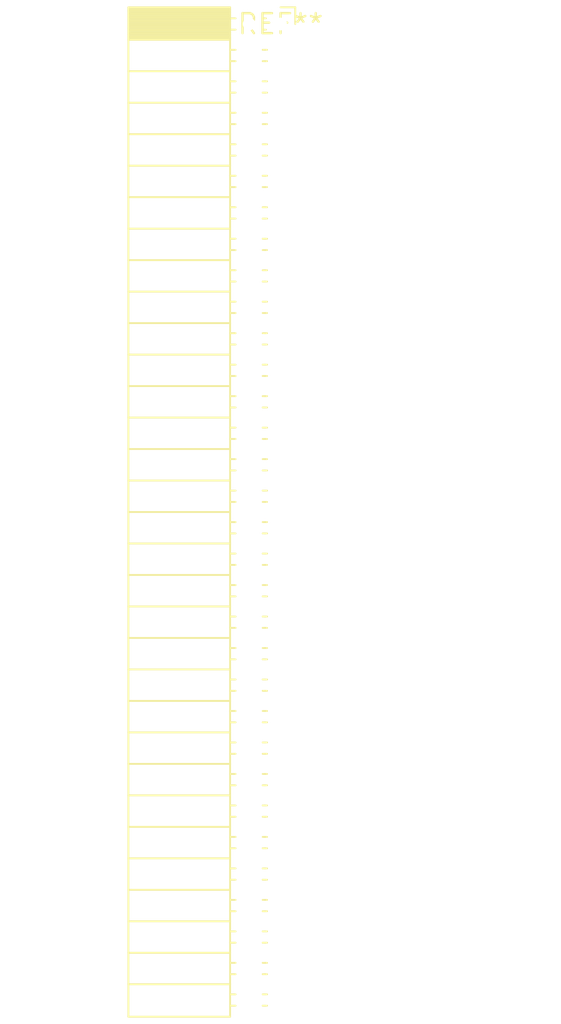
<source format=kicad_pcb>
(kicad_pcb (version 20240108) (generator pcbnew)
  (layers (0 "F.Cu" signal) (31 "B.Cu" signal) (34 "B.Paste" user) (35 "F.Paste" user) (36 "B.SilkS" user "B.Silkscreen") (37 "F.SilkS" user "F.Silkscreen") (38 "B.Mask" user) (39 "F.Mask" user) (44 "Edge.Cuts" user))
  (net 0 "")
  (footprint "PinSocket_2x32_P2.00mm_Horizontal" (layer "F.Cu") (at 0 0)
    (property "Reference" "REF**")
    (property "Value" "PinSocket_2x32_P2.00mm_Horizontal")
    (fp_line (start -9.68 -1.06) (end -9.68 63.06) (layer "F.SilkS") (stroke (width 0.12)))
    (fp_line (start -9.68 -1.06) (end -3.21 -1.06) (layer "F.SilkS") (stroke (width 0.12)))
    (fp_line (start -9.68 -0.94) (end -3.21 -0.94) (layer "F.SilkS") (stroke (width 0.12)))
    (fp_line (start -9.68 -0.825882) (end -3.21 -0.825882) (layer "F.SilkS") (stroke (width 0.12)))
    (fp_line (start -9.68 -0.711764) (end -3.21 -0.711764) (layer "F.SilkS") (stroke (width 0.12)))
    (fp_line (start -9.68 -0.597646) (end -3.21 -0.597646) (layer "F.SilkS") (stroke (width 0.12)))
    (fp_line (start -9.68 -0.483528) (end -3.21 -0.483528) (layer "F.SilkS") (stroke (width 0.12)))
    (fp_line (start -9.68 -0.36941) (end -3.21 -0.36941) (layer "F.SilkS") (stroke (width 0.12)))
    (fp_line (start -9.68 -0.255292) (end -3.21 -0.255292) (layer "F.SilkS") (stroke (width 0.12)))
    (fp_line (start -9.68 -0.141174) (end -3.21 -0.141174) (layer "F.SilkS") (stroke (width 0.12)))
    (fp_line (start -9.68 -0.027056) (end -3.21 -0.027056) (layer "F.SilkS") (stroke (width 0.12)))
    (fp_line (start -9.68 0.087062) (end -3.21 0.087062) (layer "F.SilkS") (stroke (width 0.12)))
    (fp_line (start -9.68 0.20118) (end -3.21 0.20118) (layer "F.SilkS") (stroke (width 0.12)))
    (fp_line (start -9.68 0.315298) (end -3.21 0.315298) (layer "F.SilkS") (stroke (width 0.12)))
    (fp_line (start -9.68 0.429416) (end -3.21 0.429416) (layer "F.SilkS") (stroke (width 0.12)))
    (fp_line (start -9.68 0.543534) (end -3.21 0.543534) (layer "F.SilkS") (stroke (width 0.12)))
    (fp_line (start -9.68 0.657652) (end -3.21 0.657652) (layer "F.SilkS") (stroke (width 0.12)))
    (fp_line (start -9.68 0.77177) (end -3.21 0.77177) (layer "F.SilkS") (stroke (width 0.12)))
    (fp_line (start -9.68 0.885888) (end -3.21 0.885888) (layer "F.SilkS") (stroke (width 0.12)))
    (fp_line (start -9.68 1) (end -3.21 1) (layer "F.SilkS") (stroke (width 0.12)))
    (fp_line (start -9.68 3) (end -3.21 3) (layer "F.SilkS") (stroke (width 0.12)))
    (fp_line (start -9.68 5) (end -3.21 5) (layer "F.SilkS") (stroke (width 0.12)))
    (fp_line (start -9.68 7) (end -3.21 7) (layer "F.SilkS") (stroke (width 0.12)))
    (fp_line (start -9.68 9) (end -3.21 9) (layer "F.SilkS") (stroke (width 0.12)))
    (fp_line (start -9.68 11) (end -3.21 11) (layer "F.SilkS") (stroke (width 0.12)))
    (fp_line (start -9.68 13) (end -3.21 13) (layer "F.SilkS") (stroke (width 0.12)))
    (fp_line (start -9.68 15) (end -3.21 15) (layer "F.SilkS") (stroke (width 0.12)))
    (fp_line (start -9.68 17) (end -3.21 17) (layer "F.SilkS") (stroke (width 0.12)))
    (fp_line (start -9.68 19) (end -3.21 19) (layer "F.SilkS") (stroke (width 0.12)))
    (fp_line (start -9.68 21) (end -3.21 21) (layer "F.SilkS") (stroke (width 0.12)))
    (fp_line (start -9.68 23) (end -3.21 23) (layer "F.SilkS") (stroke (width 0.12)))
    (fp_line (start -9.68 25) (end -3.21 25) (layer "F.SilkS") (stroke (width 0.12)))
    (fp_line (start -9.68 27) (end -3.21 27) (layer "F.SilkS") (stroke (width 0.12)))
    (fp_line (start -9.68 29) (end -3.21 29) (layer "F.SilkS") (stroke (width 0.12)))
    (fp_line (start -9.68 31) (end -3.21 31) (layer "F.SilkS") (stroke (width 0.12)))
    (fp_line (start -9.68 33) (end -3.21 33) (layer "F.SilkS") (stroke (width 0.12)))
    (fp_line (start -9.68 35) (end -3.21 35) (layer "F.SilkS") (stroke (width 0.12)))
    (fp_line (start -9.68 37) (end -3.21 37) (layer "F.SilkS") (stroke (width 0.12)))
    (fp_line (start -9.68 39) (end -3.21 39) (layer "F.SilkS") (stroke (width 0.12)))
    (fp_line (start -9.68 41) (end -3.21 41) (layer "F.SilkS") (stroke (width 0.12)))
    (fp_line (start -9.68 43) (end -3.21 43) (layer "F.SilkS") (stroke (width 0.12)))
    (fp_line (start -9.68 45) (end -3.21 45) (layer "F.SilkS") (stroke (width 0.12)))
    (fp_line (start -9.68 47) (end -3.21 47) (layer "F.SilkS") (stroke (width 0.12)))
    (fp_line (start -9.68 49) (end -3.21 49) (layer "F.SilkS") (stroke (width 0.12)))
    (fp_line (start -9.68 51) (end -3.21 51) (layer "F.SilkS") (stroke (width 0.12)))
    (fp_line (start -9.68 53) (end -3.21 53) (layer "F.SilkS") (stroke (width 0.12)))
    (fp_line (start -9.68 55) (end -3.21 55) (layer "F.SilkS") (stroke (width 0.12)))
    (fp_line (start -9.68 57) (end -3.21 57) (layer "F.SilkS") (stroke (width 0.12)))
    (fp_line (start -9.68 59) (end -3.21 59) (layer "F.SilkS") (stroke (width 0.12)))
    (fp_line (start -9.68 61) (end -3.21 61) (layer "F.SilkS") (stroke (width 0.12)))
    (fp_line (start -9.68 63.06) (end -3.21 63.06) (layer "F.SilkS") (stroke (width 0.12)))
    (fp_line (start -3.21 -1.06) (end -3.21 63.06) (layer "F.SilkS") (stroke (width 0.12)))
    (fp_line (start -3.21 -0.36) (end -2.862917 -0.36) (layer "F.SilkS") (stroke (width 0.12)))
    (fp_line (start -3.21 0.36) (end -2.862917 0.36) (layer "F.SilkS") (stroke (width 0.12)))
    (fp_line (start -3.21 1.64) (end -2.862917 1.64) (layer "F.SilkS") (stroke (width 0.12)))
    (fp_line (start -3.21 2.36) (end -2.862917 2.36) (layer "F.SilkS") (stroke (width 0.12)))
    (fp_line (start -3.21 3.64) (end -2.862917 3.64) (layer "F.SilkS") (stroke (width 0.12)))
    (fp_line (start -3.21 4.36) (end -2.862917 4.36) (layer "F.SilkS") (stroke (width 0.12)))
    (fp_line (start -3.21 5.64) (end -2.862917 5.64) (layer "F.SilkS") (stroke (width 0.12)))
    (fp_line (start -3.21 6.36) (end -2.862917 6.36) (layer "F.SilkS") (stroke (width 0.12)))
    (fp_line (start -3.21 7.64) (end -2.862917 7.64) (layer "F.SilkS") (stroke (width 0.12)))
    (fp_line (start -3.21 8.36) (end -2.862917 8.36) (layer "F.SilkS") (stroke (width 0.12)))
    (fp_line (start -3.21 9.64) (end -2.862917 9.64) (layer "F.SilkS") (stroke (width 0.12)))
    (fp_line (start -3.21 10.36) (end -2.862917 10.36) (layer "F.SilkS") (stroke (width 0.12)))
    (fp_line (start -3.21 11.64) (end -2.862917 11.64) (layer "F.SilkS") (stroke (width 0.12)))
    (fp_line (start -3.21 12.36) (end -2.862917 12.36) (layer "F.SilkS") (stroke (width 0.12)))
    (fp_line (start -3.21 13.64) (end -2.862917 13.64) (layer "F.SilkS") (stroke (width 0.12)))
    (fp_line (start -3.21 14.36) (end -2.862917 14.36) (layer "F.SilkS") (stroke (width 0.12)))
    (fp_line (start -3.21 15.64) (end -2.862917 15.64) (layer "F.SilkS") (stroke (width 0.12)))
    (fp_line (start -3.21 16.36) (end -2.862917 16.36) (layer "F.SilkS") (stroke (width 0.12)))
    (fp_line (start -3.21 17.64) (end -2.862917 17.64) (layer "F.SilkS") (stroke (width 0.12)))
    (fp_line (start -3.21 18.36) (end -2.862917 18.36) (layer "F.SilkS") (stroke (width 0.12)))
    (fp_line (start -3.21 19.64) (end -2.862917 19.64) (layer "F.SilkS") (stroke (width 0.12)))
    (fp_line (start -3.21 20.36) (end -2.862917 20.36) (layer "F.SilkS") (stroke (width 0.12)))
    (fp_line (start -3.21 21.64) (end -2.862917 21.64) (layer "F.SilkS") (stroke (width 0.12)))
    (fp_line (start -3.21 22.36) (end -2.862917 22.36) (layer "F.SilkS") (stroke (width 0.12)))
    (fp_line (start -3.21 23.64) (end -2.862917 23.64) (layer "F.SilkS") (stroke (width 0.12)))
    (fp_line (start -3.21 24.36) (end -2.862917 24.36) (layer "F.SilkS") (stroke (width 0.12)))
    (fp_line (start -3.21 25.64) (end -2.862917 25.64) (layer "F.SilkS") (stroke (width 0.12)))
    (fp_line (start -3.21 26.36) (end -2.862917 26.36) (layer "F.SilkS") (stroke (width 0.12)))
    (fp_line (start -3.21 27.64) (end -2.862917 27.64) (layer "F.SilkS") (stroke (width 0.12)))
    (fp_line (start -3.21 28.36) (end -2.862917 28.36) (layer "F.SilkS") (stroke (width 0.12)))
    (fp_line (start -3.21 29.64) (end -2.862917 29.64) (layer "F.SilkS") (stroke (width 0.12)))
    (fp_line (start -3.21 30.36) (end -2.862917 30.36) (layer "F.SilkS") (stroke (width 0.12)))
    (fp_line (start -3.21 31.64) (end -2.862917 31.64) (layer "F.SilkS") (stroke (width 0.12)))
    (fp_line (start -3.21 32.36) (end -2.862917 32.36) (layer "F.SilkS") (stroke (width 0.12)))
    (fp_line (start -3.21 33.64) (end -2.862917 33.64) (layer "F.SilkS") (stroke (width 0.12)))
    (fp_line (start -3.21 34.36) (end -2.862917 34.36) (layer "F.SilkS") (stroke (width 0.12)))
    (fp_line (start -3.21 35.64) (end -2.862917 35.64) (layer "F.SilkS") (stroke (width 0.12)))
    (fp_line (start -3.21 36.36) (end -2.862917 36.36) (layer "F.SilkS") (stroke (width 0.12)))
    (fp_line (start -3.21 37.64) (end -2.862917 37.64) (layer "F.SilkS") (stroke (width 0.12)))
    (fp_line (start -3.21 38.36) (end -2.862917 38.36) (layer "F.SilkS") (stroke (width 0.12)))
    (fp_line (start -3.21 39.64) (end -2.862917 39.64) (layer "F.SilkS") (stroke (width 0.12)))
    (fp_line (start -3.21 40.36) (end -2.862917 40.36) (layer "F.SilkS") (stroke (width 0.12)))
    (fp_line (start -3.21 41.64) (end -2.862917 41.64) (layer "F.SilkS") (stroke (width 0.12)))
    (fp_line (start -3.21 42.36) (end -2.862917 42.36) (layer "F.SilkS") (stroke (width 0.12)))
    (fp_line (start -3.21 43.64) (end -2.862917 43.64) (layer "F.SilkS") (stroke (width 0.12)))
    (fp_line (start -3.21 44.36) (end -2.862917 44.36) (layer "F.SilkS") (stroke (width 0.12)))
    (fp_line (start -3.21 45.64) (end -2.862917 45.64) (layer "F.SilkS") (stroke (width 0.12)))
    (fp_line (start -3.21 46.36) (end -2.862917 46.36) (layer "F.SilkS") (stroke (width 0.12)))
    (fp_line (start -3.21 47.64) (end -2.862917 47.64) (layer "F.SilkS") (stroke (width 0.12)))
    (fp_line (start -3.21 48.36) (end -2.862917 48.36) (layer "F.SilkS") (stroke (width 0.12)))
    (fp_line (start -3.21 49.64) (end -2.862917 49.64) (layer "F.SilkS") (stroke (width 0.12)))
    (fp_line (start -3.21 50.36) (end -2.862917 50.36) (layer "F.SilkS") (stroke (width 0.12)))
    (fp_line (start -3.21 51.64) (end -2.862917 51.64) (layer "F.SilkS") (stroke (width 0.12)))
    (fp_line (start -3.21 52.36) (end -2.862917 52.36) (layer "F.SilkS") (stroke (width 0.12)))
    (fp_line (start -3.21 53.64) (end -2.862917 53.64) (layer "F.SilkS") (stroke (width 0.12)))
    (fp_line (start -3.21 54.36) (end -2.862917 54.36) (layer "F.SilkS") (stroke (width 0.12)))
    (fp_line (start -3.21 55.64) (end -2.862917 55.64) (layer "F.SilkS") (stroke (width 0.12)))
    (fp_line (start -3.21 56.36) (end -2.862917 56.36) (layer "F.SilkS") (stroke (width 0.12)))
    (fp_line (start -3.21 57.64) (end -2.862917 57.64) (layer "F.SilkS") (stroke (width 0.12)))
    (fp_line (start -3.21 58.36) (end -2.862917 58.36) (layer "F.SilkS") (stroke (width 0.12)))
    (fp_line (start -3.21 59.64) (end -2.862917 59.64) (layer "F.SilkS") (stroke (width 0.12)))
    (fp_line (start -3.21 60.36) (end -2.862917 60.36) (layer "F.SilkS") (stroke (width 0.12)))
    (fp_line (start -3.21 61.64) (end -2.862917 61.64) (layer "F.SilkS") (stroke (width 0.12)))
    (fp_line (start -3.21 62.36) (end -2.862917 62.36) (layer "F.SilkS") (stroke (width 0.12)))
    (fp_line (start -1.137083 -0.36) (end -0.935 -0.36) (layer "F.SilkS") (stroke (width 0.12)))
    (fp_line (start -1.137083 0.36) (end -0.935 0.36) (layer "F.SilkS") (stroke (width 0.12)))
    (fp_line (start -1.137083 1.64) (end -0.862917 1.64) (layer "F.SilkS") (stroke (width 0.12)))
    (fp_line (start -1.137083 2.36) (end -0.862917 2.36) (layer "F.SilkS") (stroke (width 0.12)))
    (fp_line (start -1.137083 3.64) (end -0.862917 3.64) (layer "F.SilkS") (stroke (width 0.12)))
    (fp_line (start -1.137083 4.36) (end -0.862917 4.36) (layer "F.SilkS") (stroke (width 0.12)))
    (fp_line (start -1.137083 5.64) (end -0.862917 5.64) (layer "F.SilkS") (stroke (width 0.12)))
    (fp_line (start -1.137083 6.36) (end -0.862917 6.36) (layer "F.SilkS") (stroke (width 0.12)))
    (fp_line (start -1.137083 7.64) (end -0.862917 7.64) (layer "F.SilkS") (stroke (width 0.12)))
    (fp_line (start -1.137083 8.36) (end -0.862917 8.36) (layer "F.SilkS") (stroke (width 0.12)))
    (fp_line (start -1.137083 9.64) (end -0.862917 9.64) (layer "F.SilkS") (stroke (width 0.12)))
    (fp_line (start -1.137083 10.36) (end -0.862917 10.36) (layer "F.SilkS") (stroke (width 0.12)))
    (fp_line (start -1.137083 11.64) (end -0.862917 11.64) (layer "F.SilkS") (stroke (width 0.12)))
    (fp_line (start -1.137083 12.36) (end -0.862917 12.36) (layer "F.SilkS") (stroke (width 0.12)))
    (fp_line (start -1.137083 13.64) (end -0.862917 13.64) (layer "F.SilkS") (stroke (width 0.12)))
    (fp_line (start -1.137083 14.36) (end -0.862917 14.36) (layer "F.SilkS") (stroke (width 0.12)))
    (fp_line (start -1.137083 15.64) (end -0.862917 15.64) (layer "F.SilkS") (stroke (width 0.12)))
    (fp_line (start -1.137083 16.36) (end -0.862917 16.36) (layer "F.SilkS") (stroke (width 0.12)))
    (fp_line (start -1.137083 17.64) (end -0.862917 17.64) (layer "F.SilkS") (stroke (width 0.12)))
    (fp_line (start -1.137083 18.36) (end -0.862917 18.36) (layer "F.SilkS") (stroke (width 0.12)))
    (fp_line (start -1.137083 19.64) (end -0.862917 19.64) (layer "F.SilkS") (stroke (width 0.12)))
    (fp_line (start -1.137083 20.36) (end -0.862917 20.36) (layer "F.SilkS") (stroke (width 0.12)))
    (fp_line (start -1.137083 21.64) (end -0.862917 21.64) (layer "F.SilkS") (stroke (width 0.12)))
    (fp_line (start -1.137083 22.36) (end -0.862917 22.36) (layer "F.SilkS") (stroke (width 0.12)))
    (fp_line (start -1.137083 23.64) (end -0.862917 23.64) (layer "F.SilkS") (stroke (width 0.12)))
    (fp_line (start -1.137083 24.36) (end -0.862917 24.36) (layer "F.SilkS") (stroke (width 0.12)))
    (fp_line (start -1.137083 25.64) (end -0.862917 25.64) (layer "F.SilkS") (stroke (width 0.12)))
    (fp_line (start -1.137083 26.36) (end -0.862917 26.36) (layer "F.SilkS") (stroke (width 0.12)))
    (fp_line (start -1.137083 27.64) (end -0.862917 27.64) (layer "F.SilkS") (stroke (width 0.12)))
    (fp_line (start -1.137083 28.36) (end -0.862917 28.36) (layer "F.SilkS") (stroke (width 0.12)))
    (fp_line (start -1.137083 29.64) (end -0.862917 29.64) (layer "F.SilkS") (stroke (width 0.12)))
    (fp_line (start -1.137083 30.36) (end -0.862917 30.36) (layer "F.SilkS") (stroke (width 0.12)))
    (fp_line (start -1.137083 31.64) (end -0.862917 31.64) (layer "F.SilkS") (stroke (width 0.12)))
    (fp_line (start -1.137083 32.36) (end -0.862917 32.36) (layer "F.SilkS") (stroke (width 0.12)))
    (fp_line (start -1.137083 33.64) (end -0.862917 33.64) (layer "F.SilkS") (stroke (width 0.12)))
    (fp_line (start -1.137083 34.36) (end -0.862917 34.36) (layer "F.SilkS") (stroke (width 0.12)))
    (fp_line (start -1.137083 35.64) (end -0.862917 35.64) (layer "F.SilkS") (stroke (width 0.12)))
    (fp_line (start -1.137083 36.36) (end -0.862917 36.36) (layer "F.SilkS") (stroke (width 0.12)))
    (fp_line (start -1.137083 37.64) (end -0.862917 37.64) (layer "F.SilkS") (stroke (width 0.12)))
    (fp_line (start -1.137083 38.36) (end -0.862917 38.36) (layer "F.SilkS") (stroke (width 0.12)))
    (fp_line (start -1.137083 39.64) (end -0.862917 39.64) (layer "F.SilkS") (stroke (width 0.12)))
    (fp_line (start -1.137083 40.36) (end -0.862917 40.36) (layer "F.SilkS") (stroke (width 0.12)))
    (fp_line (start -1.137083 41.64) (end -0.862917 41.64) (layer "F.SilkS") (stroke (width 0.12)))
    (fp_line (start -1.137083 42.36) (end -0.862917 42.36) (layer "F.SilkS") (stroke (width 0.12)))
    (fp_line (start -1.137083 43.64) (end -0.862917 43.64) (layer "F.SilkS") (stroke (width 0.12)))
    (fp_line (start -1.137083 44.36) (end -0.862917 44.36) (layer "F.SilkS") (stroke (width 0.12)))
    (fp_line (start -1.137083 45.64) (end -0.862917 45.64) (layer "F.SilkS") (stroke (width 0.12)))
    (fp_line (start -1.137083 46.36) (end -0.862917 46.36) (layer "F.SilkS") (stroke (width 0.12)))
    (fp_line (start -1.137083 47.64) (end -0.862917 47.64) (layer "F.SilkS") (stroke (width 0.12)))
    (fp_line (start -1.137083 48.36) (end -0.862917 48.36) (layer "F.SilkS") (stroke (width 0.12)))
    (fp_line (start -1.137083 49.64) (end -0.862917 49.64) (layer "F.SilkS") (stroke (width 0.12)))
    (fp_line (start -1.137083 50.36) (end -0.862917 50.36) (layer "F.SilkS") (stroke (width 0.12)))
    (fp_line (start -1.137083 51.64) (end -0.862917 51.64) (layer "F.SilkS") (stroke (width 0.12)))
    (fp_line (start -1.137083 52.36) (end -0.862917 52.36) (layer "F.SilkS") (stroke (width 0.12)))
    (fp_line (start -1.137083 53.64) (end -0.862917 53.64) (layer "F.SilkS") (stroke (width 0.12)))
    (fp_line (start -1.137083 54.36) (end -0.862917 54.36) (layer "F.SilkS") (stroke (width 0.12)))
    (fp_line (start -1.137083 55.64) (end -0.862917 55.64) (layer "F.SilkS") (stroke (width 0.12)))
    (fp_line (start -1.137083 56.36) (end -0.862917 56.36) (layer "F.SilkS") (stroke (width 0.12)))
    (fp_line (start -1.137083 57.64) (end -0.862917 57.64) (layer "F.SilkS") (stroke (width 0.12)))
    (fp_line (start -1.137083 58.36) (end -0.862917 58.36) (layer "F.SilkS") (stroke (width 0.12)))
    (fp_line (start -1.137083 59.64) (end -0.862917 59.64) (layer "F.SilkS") (stroke (width 0.12)))
    (fp_line (start -1.137083 60.36) (end -0.862917 60.36) (layer "F.SilkS") (stroke (width 0.12)))
    (fp_line (start -1.137083 61.64) (end -0.862917 61.64) (layer "F.SilkS") (stroke (width 0.12)))
    (fp_line (start -1.137083 62.36) (end -0.862917 62.36) (layer "F.SilkS") (stroke (width 0.12)))
    (fp_line (start 0 -1.06) (end 0.935 -1.06) (layer "F.SilkS") (stroke (width 0.12)))
    (fp_line (start 0.935 -1.06) (end 0.935 0) (layer "F.SilkS") (stroke (width 0.12)))
    (pad "1" thru_hole rect (at 0 0) (size 1.35 1.35) (drill 0.8) (layers *.Cu *.Mask) (remove_unused_layers))
    (pad "2" thru_hole oval (at -2 0) (size 1.35 1.35) (drill 0.8) (layers *.Cu *.Mask) (remove_unused_layers))
    (pad "3" thru_hole oval (at 0 2) (size 1.35 1.35) (drill 0.8) (layers *.Cu *.Mask) (remove_unused_layers))
    (pad "4" thru_hole oval (at -2 2) (size 1.35 1.35) (drill 0.8) (layers *.Cu *.Mask) (remove_unused_layers))
    (pad "5" thru_hole oval (at 0 4) (size 1.35 1.35) (drill 0.8) (layers *.Cu *.Mask) (remove_unused_layers))
    (pad "6" thru_hole oval (at -2 4) (size 1.35 1.35) (drill 0.8) (layers *.Cu *.Mask) (remove_unused_layers))
    (pad "7" thru_hole oval (at 0 6) (size 1.35 1.35) (drill 0.8) (layers *.Cu *.Mask) (remove_unused_layers))
    (pad "8" thru_hole oval (at -2 6) (size 1.35 1.35) (drill 0.8) (layers *.Cu *.Mask) (remove_unused_layers))
    (pad "9" thru_hole oval (at 0 8) (size 1.35 1.35) (drill 0.8) (layers *.Cu *.Mask) (remove_unused_layers))
    (pad "10" thru_hole oval (at -2 8) (size 1.35 1.35) (drill 0.8) (layers *.Cu *.Mask) (remove_unused_layers))
    (pad "11" thru_hole oval (at 0 10) (size 1.35 1.35) (drill 0.8) (layers *.Cu *.Mask) (remove_unused_layers))
    (pad "12" thru_hole oval (at -2 10) (size 1.35 1.35) (drill 0.8) (layers *.Cu *.Mask) (remove_unused_layers))
    (pad "13" thru_hole oval (at 0 12) (size 1.35 1.35) (drill 0.8) (layers *.Cu *.Mask) (remove_unused_layers))
    (pad "14" thru_hole oval (at -2 12) (size 1.35 1.35) (drill 0.8) (layers *.Cu *.Mask) (remove_unused_layers))
    (pad "15" thru_hole oval (at 0 14) (size 1.35 1.35) (drill 0.8) (layers *.Cu *.Mask) (remove_unused_layers))
    (pad "16" thru_hole oval (at -2 14) (size 1.35 1.35) (drill 0.8) (layers *.Cu *.Mask) (remove_unused_layers))
    (pad "17" thru_hole oval (at 0 16) (size 1.35 1.35) (drill 0.8) (layers *.Cu *.Mask) (remove_unused_layers))
    (pad "18" thru_hole oval (at -2 16) (size 1.35 1.35) (drill 0.8) (layers *.Cu *.Mask) (remove_unused_layers))
    (pad "19" thru_hole oval (at 0 18) (size 1.35 1.35) (drill 0.8) (layers *.Cu *.Mask) (remove_unused_layers))
    (pad "20" thru_hole oval (at -2 18) (size 1.35 1.35) (drill 0.8) (layers *.Cu *.Mask) (remove_unused_layers))
    (pad "21" thru_hole oval (at 0 20) (size 1.35 1.35) (drill 0.8) (layers *.Cu *.Mask) (remove_unused_layers))
    (pad "22" thru_hole oval (at -2 20) (size 1.35 1.35) (drill 0.8) (layers *.Cu *.Mask) (remove_unused_layers))
    (pad "23" thru_hole oval (at 0 22) (size 1.35 1.35) (drill 0.8) (layers *.Cu *.Mask) (remove_unused_layers))
    (pad "24" thru_hole oval (at -2 22) (size 1.35 1.35) (drill 0.8) (layers *.Cu *.Mask) (remove_unused_layers))
    (pad "25" thru_hole oval (at 0 24) (size 1.35 1.35) (drill 0.8) (layers *.Cu *.Mask) (remove_unused_layers))
    (pad "26" thru_hole oval (at -2 24) (size 1.35 1.35) (drill 0.8) (layers *.Cu *.Mask) (remove_unused_layers))
    (pad "27" thru_hole oval (at 0 26) (size 1.35 1.35) (drill 0.8) (layers *.Cu *.Mask) (remove_unused_layers))
    (pad "28" thru_hole oval (at -2 26) (size 1.35 1.35) (drill 0.8) (layers *.Cu *.Mask) (remove_unused_layers))
    (pad "29" thru_hole oval (at 0 28) (size 1.35 1.35) (drill 0.8) (layers *.Cu *.Mask) (remove_unused_layers))
    (pad "30" thru_hole oval (at -2 28) (size 1.35 1.35) (drill 0.8) (layers *.Cu *.Mask) (remove_unused_layers))
    (pad "31" thru_hole oval (at 0 30) (size 1.35 1.35) (drill 0.8) (layers *.Cu *.Mask) (remove_unused_layers))
    (pad "32" thru_hole oval (at -2 30) (size 1.35 1.35) (drill 0.8) (layers *.Cu *.Mask) (remove_unused_layers))
    (pad "33" thru_hole oval (at 0 32) (size 1.35 1.35) (drill 0.8) (layers *.Cu *.Mask) (remove_unused_layers))
    (pad "34" thru_hole oval (at -2 32) (size 1.35 1.35) (drill 0.8) (layers *.Cu *.Mask) (remove_unused_layers))
    (pad "35" thru_hole oval (at 0 34) (size 1.35 1.35) (drill 0.8) (layers *.Cu *.Mask) (remove_unused_layers))
    (pad "36" thru_hole oval (at -2 34) (size 1.35 1.35) (drill 0.8) (layers *.Cu *.Mask) (remove_unused_layers))
    (pad "37" thru_hole oval (at 0 36) (size 1.35 1.35) (drill 0.8) (layers *.Cu *.Mask) (remove_unused_layers))
    (pad "38" thru_hole oval (at -2 36) (size 1.35 1.35) (drill 0.8) (layers *.Cu *.Mask) (remove_unused_layers))
    (pad "39" thru_hole oval (at 0 38) (size 1.35 1.35) (drill 0.8) (layers *.Cu *.Mask) (remove_unused_layers))
    (pad "40" thru_hole oval (at -2 38) (size 1.35 1.35) (drill 0.8) (layers *.Cu *.Mask) (remove_unused_layers))
    (pad "41" thru_hole oval (at 0 40) (size 1.35 1.35) (drill 0.8) (layers *.Cu *.Mask) (remove_unused_layers))
    (pad "42" thru_hole oval (at -2 40) (size 1.35 1.35) (drill 0.8) (layers *.Cu *.Mask) (remove_unused_layers))
    (pad "43" thru_hole oval (at 0 42) (size 1.35 1.35) (drill 0.8) (layers *.Cu *.Mask) (remove_unused_layers))
    (pad "44" thru_hole oval (at -2 42) (size 1.35 1.35) (drill 0.8) (layers *.Cu *.Mask) (remove_unused_layers))
    (pad "45" thru_hole oval (at 0 44) (size 1.35 1.35) (drill 0.8) (layers *.Cu *.Mask) (remove_unused_layers))
    (pad "46" thru_hole oval (at -2 44) (size 1.35 1.35) (drill 0.8) (layers *.Cu *.Mask) (remove_unused_layers))
    (pad "47" thru_hole oval (at 0 46) (size 1.35 1.35) (drill 0.8) (layers *.Cu *.Mask) (remove_unused_layers))
    (pad "48" thru_hole oval (at -2 46) (size 1.35 1.35) (drill 0.8) (layers *.Cu *.Mask) (remove_unused_layers))
    (pad "49" thru_hole oval (at 0 48) (size 1.35 1.35) (drill 0.8) (layers *.Cu *.Mask) (remove_unused_layers))
    (pad "50" thru_hole oval (at -2 48) (size 1.35 1.35) (drill 0.8) (layers *.Cu *.Mask) (remove_unused_layers))
    (pad "51" thru_hole oval (at 0 50) (size 1.35 1.35) (drill 0.8) (layers *.Cu *.Mask) (remove_unused_layers))
    (pad "52" thru_hole oval (at -2 50) (size 1.35 1.35) (drill 0.8) (layers *.Cu *.Mask) (remove_unused_layers))
    (pad "53" thru_hole oval (at 0 52) (size 1.35 1.35) (drill 0.8) (layers *.Cu *.Mask) (remove_unused_layers))
    (pad "54" thru_hole oval (at -2 52) (size 1.35 1.35) (drill 0.8) (layers *.Cu *.Mask) (remove_unused_layers))
    (pad "55" thru_hole oval (at 0 54) (size 1.35 1.35) (drill 0.8) (layers *.Cu *.Mask) (remove_unused_layers))
    (pad "56" thru_hole oval (at -2 54) (size 1.35 1.35) (drill 0.8) (layers *.Cu *.Mask) (remove_unused_layers))
    (pad "57" thru_hole oval (at 0 56) (size 1.35 1.35) (drill 0.8) (layers *.Cu *.Mask) (remove_unused_layers))
    (pad "58" thru_hole oval (at -2 56) (size 1.35 1.35) (drill 0.8) (layers *.Cu *.Mask) (remove_unused_layers))
    (pad "59" thru_hole oval (at 0 58) (size 1.35 1.35) (drill 0.8) (layers *.Cu *.Mask) (remove_unused_layers))
    (pad "60" thru_hole oval (at -2 58) (size 1.35 1.35) (drill 0.8) (layers *.Cu *.Mask) (remove_unused_layers))
    (pad "61" thru_hole oval (at 0 60) (size 1.35 1.35) (drill 0.8) (layers *.Cu *.Mask) (remove_unused_layers))
    (pad "62" thru_hole oval (at -2 60) (size 1.35 1.35) (drill 0.8) (layers *.Cu *.Mask) (remove_unused_layers))
    (pad "63" thru_hole oval (at 0 62) (size 1.35 1.35) (drill 0.8) (layers *.Cu *.Mask) (remove_unused_layers))
    (pad "64" thru_hole oval (at -2 62) (size 1.35 1.35) (drill 0.8) (layers *.Cu *.Mask) (remove_unused_layers))
  )
)
</source>
